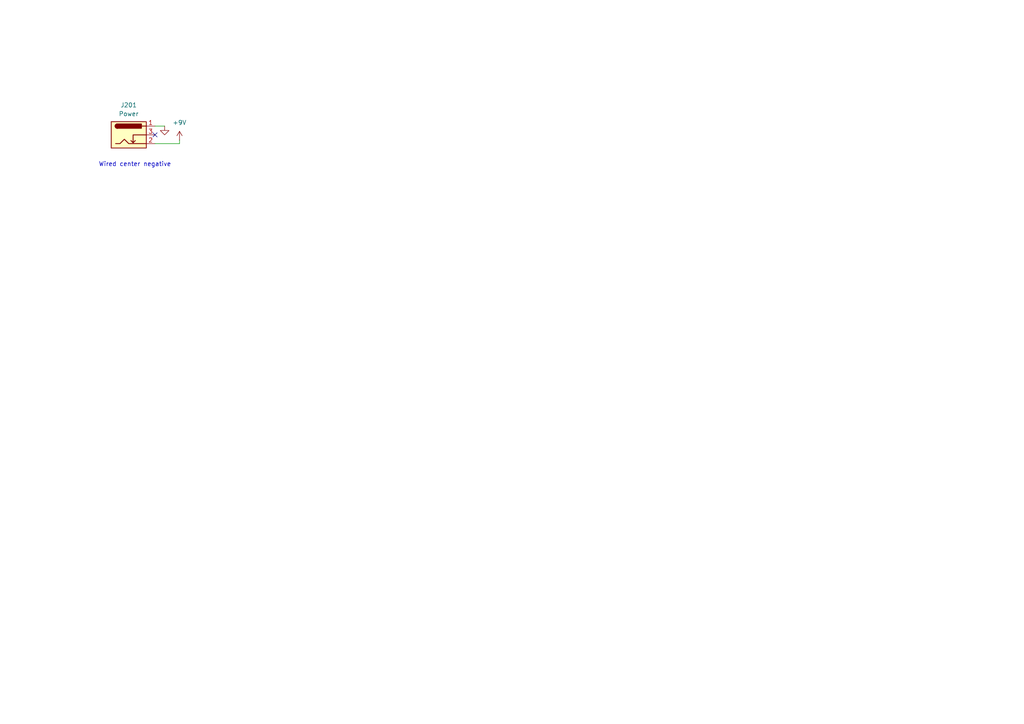
<source format=kicad_sch>
(kicad_sch (version 20231120) (generator "eeschema") (generator_version "8.0")
  (paper "A4")
  (lib_symbols
    (symbol "Connector:Barrel_Jack_Switch" (pin_names hide)
      (property "Reference" "J" (at 0 5.334 0))
      (property "Value" "Barrel_Jack_Switch" (at 0 -5.08 0))
      (symbol "Barrel_Jack_Switch_0_1"
        (rectangle (start -5.08 3.81) (end 5.08 -3.81) (stroke (width 0.254)) (fill (type background)))
        (arc (start -3.302 3.175) (mid -3.9343 2.54) (end -3.302 1.905) (stroke (width 0.254)))
        (arc (start -3.302 3.175) (mid -3.9343 2.54) (end -3.302 1.905) (stroke (width 0.254)) (fill (type outline)))
        (polyline (pts (xy 1.27 -2.286) (xy 1.905 -1.651)) (stroke (width 0.254)))
        (polyline (pts (xy 5.08 2.54) (xy 3.81 2.54)) (stroke (width 0.254)))
        (polyline (pts (xy 5.08 0) (xy 1.27 0) (xy 1.27 -2.286) (xy 0.635 -1.651)) (stroke (width 0.254)))
        (polyline (pts (xy -3.81 -2.54) (xy -2.54 -2.54) (xy -1.27 -1.27) (xy 0 -2.54) (xy 2.54 -2.54) (xy 5.08 -2.54)) (stroke (width 0.254)))
        (rectangle (start 3.683 3.175) (end -3.302 1.905) (stroke (width 0.254)) (fill (type outline)))
      )
      (symbol "Barrel_Jack_Switch_1_1"
        (pin passive line (at 7.62 2.54 180) (length 2.54) (name "~") (number "1"))
        (pin passive line (at 7.62 -2.54 180) (length 2.54) (name "~") (number "2"))
        (pin passive line (at 7.62 0 180) (length 2.54) (name "~") (number "3"))
      )
    )
    (symbol "power:+9V" (power) (pin_numbers hide) (pin_names (offset 0) hide)
      (property "Value" "+9V" (at 0 3.556 0))
      (symbol "+9V_0_1"
        (polyline (pts (xy -0.762 1.27) (xy 0 2.54)))
        (polyline (pts (xy 0 0) (xy 0 2.54)))
        (polyline (pts (xy 0 2.54) (xy 0.762 1.27)))
      )
      (symbol "+9V_1_1"
        (pin power_in line (at 0 0 90) (length 0) (name "~") (number "1"))
      )
    )
    (symbol "power:GND" (power) (pin_numbers hide) (pin_names (offset 0) hide)
      (symbol "GND_0_1"
        (polyline (pts (xy 0 0) (xy 0 -1.27) (xy 1.27 -1.27) (xy 0 -2.54) (xy -1.27 -1.27) (xy 0 -1.27)))
      )
      (symbol "GND_1_1"
        (pin power_in line (at 0 0 270) (length 0) (name "~") (number "1"))
      )
    )
  )
  (no_connect (at 44.958 39.116))
  (wire (pts (xy 52.07 41.656) (xy 44.958 41.656)))
  (wire (pts (xy 52.07 40.64) (xy 52.07 41.656)))
  (wire (pts (xy 44.958 36.576) (xy 47.752 36.576)))
  (text "Wired center negative" (at 39.116 47.752 0) (effects (font (size 1.27 1.27))))
  (symbol (lib_id "Connector:Barrel_Jack_Switch") (at 37.338 39.116 0) (unit 1)
    (property "Reference" "J201" (at 37.338 30.48 0))
    (property "Value" "Power" (at 37.338 33.02 0))
    (property "Footprint" "Connector_BarrelJack:BarrelJack_Kycon_KLDX-0202-xC_Horizontal" (effects (hide yes)))
    (property "Description" "DC Barrel Jack with an internal switch" (effects (hide yes)))
  )
  (symbol (lib_id "power:+9V") (at 52.07 40.64 0) (unit 1)
    (property "Reference" "#PWR0202" (effects (hide yes)))
    (property "Value" "+9V" (at 52.07 35.56 0))
    (property "Description" "Power symbol creates a global label with name \"+9V\"" (effects (hide yes)))
  )
  (symbol (lib_id "power:GND") (at 47.752 36.576 0) (unit 1)
    (property "Reference" "#PWR0201" (effects (hide yes)))
    (property "Value" "GND" (effects (hide yes)))
    (property "Description" "Power symbol creates a global label with name \"GND\" , ground" (effects (hide yes)))
  )
)
</source>
